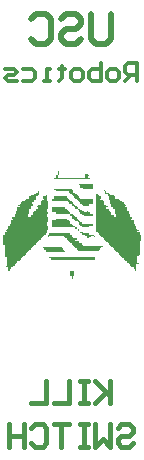
<source format=gbo>
%FSLAX25Y25*%
%MOIN*%
G70*
G01*
G75*
G04 Layer_Color=32896*
%ADD10R,0.05118X0.12992*%
%ADD11R,0.01969X0.12992*%
%ADD12R,0.01575X0.01969*%
%ADD13R,0.04331X0.03543*%
%ADD14R,0.03543X0.04331*%
%ADD15C,0.01000*%
%ADD16R,0.05906X0.05906*%
%ADD17C,0.05906*%
%ADD18R,0.05906X0.05906*%
%ADD19C,0.05000*%
%ADD20C,0.14950*%
%ADD21C,0.00787*%
%ADD22C,0.00800*%
%ADD23C,0.00700*%
%ADD24C,0.01500*%
%ADD25C,0.02000*%
%ADD26C,0.01200*%
G36*
X229682Y268327D02*
X230095D01*
Y267914D01*
Y267501D01*
X230509D01*
Y267087D01*
X231749D01*
Y266674D01*
X231335D01*
Y266261D01*
X232575D01*
Y265847D01*
Y265434D01*
X233402D01*
Y265021D01*
X233815D01*
Y264608D01*
X240428D01*
Y264194D01*
X240015D01*
Y263781D01*
X239602D01*
Y263368D01*
X239188D01*
Y262954D01*
X232162D01*
Y263368D01*
X231749D01*
Y263781D01*
X231335D01*
Y264194D01*
X230922D01*
Y264608D01*
X230509D01*
Y265021D01*
X230095D01*
Y265434D01*
X229682D01*
Y265847D01*
X229269D01*
Y266261D01*
X228855D01*
Y266674D01*
X228442D01*
Y267087D01*
X228029D01*
Y267501D01*
X227615D01*
Y267914D01*
X222656D01*
Y267501D01*
X222242D01*
Y267914D01*
Y268327D01*
X222656D01*
Y268741D01*
X229682D01*
Y268327D01*
D02*
G37*
G36*
X233815Y268741D02*
X235882D01*
Y268327D01*
X237535D01*
Y267914D01*
X237948D01*
Y267501D01*
X237535D01*
Y267914D01*
X236708D01*
Y267501D01*
X235882D01*
Y267087D01*
X235055D01*
Y267501D01*
Y267914D01*
X234642D01*
Y268327D01*
X233402D01*
Y268741D01*
X232989D01*
Y269154D01*
X233815D01*
Y268741D01*
D02*
G37*
G36*
X232575Y269981D02*
Y269567D01*
X232162D01*
Y269981D01*
Y270394D01*
X232575D01*
Y269981D01*
D02*
G37*
G36*
X226789Y263781D02*
X227202D01*
Y263368D01*
X227615D01*
Y262954D01*
X228029D01*
Y262541D01*
X221415D01*
Y262954D01*
Y263368D01*
X221002D01*
Y263781D01*
X220589D01*
Y264194D01*
X226789D01*
Y263781D01*
D02*
G37*
G36*
X230922Y255928D02*
Y255514D01*
Y255101D01*
Y254688D01*
X230509D01*
Y254274D01*
Y253861D01*
Y253448D01*
X230095D01*
Y253861D01*
Y254274D01*
Y254688D01*
X229682D01*
Y255101D01*
Y255514D01*
Y255928D01*
Y256341D01*
X230922D01*
Y255928D01*
D02*
G37*
G36*
X219349Y282380D02*
Y281967D01*
Y281554D01*
X218936D01*
Y281140D01*
X218109D01*
Y280727D01*
Y280314D01*
Y279900D01*
X217696D01*
Y279487D01*
Y279074D01*
X216869D01*
Y278660D01*
X217282D01*
Y278247D01*
Y277834D01*
X216456D01*
Y277420D01*
Y277007D01*
X216042D01*
Y276594D01*
Y276181D01*
Y275767D01*
Y275354D01*
X215629D01*
Y274940D01*
Y274527D01*
Y274114D01*
X216456D01*
Y274527D01*
Y274940D01*
X217282D01*
Y275354D01*
Y275767D01*
X217696D01*
Y276181D01*
X218109D01*
Y276594D01*
Y277007D01*
X218936D01*
Y277420D01*
X218522D01*
Y277834D01*
X218936D01*
Y278247D01*
X219762D01*
Y278660D01*
Y279074D01*
Y279487D01*
X220176D01*
Y279900D01*
X221002D01*
Y280314D01*
X220589D01*
Y280727D01*
Y281140D01*
X221415D01*
Y281554D01*
X221829D01*
Y281140D01*
Y280727D01*
Y280314D01*
Y279900D01*
Y279487D01*
X222242D01*
Y279074D01*
Y278660D01*
Y278247D01*
Y277834D01*
Y277420D01*
Y277007D01*
X221829D01*
Y276594D01*
Y276181D01*
Y275767D01*
X222242D01*
Y275354D01*
X221829D01*
Y274940D01*
Y274527D01*
Y274114D01*
X222242D01*
Y273700D01*
Y273287D01*
Y272874D01*
Y272461D01*
X221829D01*
Y272047D01*
Y271634D01*
Y271221D01*
X222242D01*
Y270807D01*
Y270394D01*
Y269981D01*
X221829D01*
Y269567D01*
Y269154D01*
Y268741D01*
X221415D01*
Y268327D01*
X221002D01*
Y267914D01*
X220589D01*
Y267501D01*
X220176D01*
Y267087D01*
X219762D01*
Y266674D01*
X219349D01*
Y266261D01*
X218936D01*
Y265847D01*
X218522D01*
Y265434D01*
X218109D01*
Y265021D01*
X217696D01*
Y264608D01*
X217282D01*
Y264194D01*
X216869D01*
Y263781D01*
X216456D01*
Y263368D01*
X216042D01*
Y262954D01*
X215629D01*
Y262541D01*
X215216D01*
Y262127D01*
X214802D01*
Y261714D01*
X214389D01*
Y261301D01*
X213976D01*
Y260888D01*
X213562D01*
Y260474D01*
X213149D01*
Y260061D01*
X212736D01*
Y259648D01*
X211909D01*
Y259234D01*
Y258821D01*
X211496D01*
Y258408D01*
X211083D01*
Y257994D01*
X210669D01*
Y257581D01*
X209842D01*
Y257168D01*
Y256754D01*
X209429D01*
Y256341D01*
X209016D01*
Y256754D01*
Y257168D01*
Y257581D01*
X208189D01*
Y257994D01*
X208603D01*
Y258408D01*
Y258821D01*
Y259234D01*
Y259648D01*
Y260061D01*
Y260474D01*
Y260888D01*
X207776D01*
Y261301D01*
Y261714D01*
Y262127D01*
Y262541D01*
Y262954D01*
Y263368D01*
Y263781D01*
Y264194D01*
Y264608D01*
Y265021D01*
X207363D01*
Y265434D01*
Y265847D01*
Y266261D01*
Y266674D01*
Y267087D01*
Y267501D01*
Y267914D01*
Y268327D01*
X207776D01*
Y268741D01*
Y269154D01*
X208603D01*
Y269567D01*
X208189D01*
Y269981D01*
X208603D01*
Y270394D01*
X209016D01*
Y270807D01*
Y271221D01*
X209429D01*
Y271634D01*
Y272047D01*
X209842D01*
Y272461D01*
Y272874D01*
Y273287D01*
X210669D01*
Y273700D01*
X210256D01*
Y274114D01*
X211083D01*
Y274527D01*
Y274940D01*
Y275354D01*
X211496D01*
Y275767D01*
Y276181D01*
X211909D01*
Y276594D01*
Y277007D01*
Y277420D01*
X212736D01*
Y277834D01*
X212322D01*
Y278247D01*
X212736D01*
Y278660D01*
X213149D01*
Y279074D01*
X213562D01*
Y279487D01*
X214389D01*
Y279900D01*
X214802D01*
Y280314D01*
X216042D01*
Y280727D01*
Y281140D01*
X216456D01*
Y281554D01*
X217696D01*
Y281967D01*
X218109D01*
Y282380D01*
X218936D01*
Y282794D01*
X219349D01*
Y282380D01*
D02*
G37*
G36*
X237948Y260474D02*
Y260061D01*
X223069D01*
Y260474D01*
X222656D01*
Y260888D01*
X237948D01*
Y260474D01*
D02*
G37*
G36*
X228442Y273287D02*
X229269D01*
Y272874D01*
X229682D01*
Y272461D01*
Y272047D01*
X230095D01*
Y271634D01*
X230509D01*
Y271221D01*
X231335D01*
Y270807D01*
X231749D01*
Y270394D01*
X231335D01*
Y270807D01*
X223482D01*
Y271221D01*
Y271634D01*
Y272047D01*
Y272461D01*
Y272874D01*
Y273287D01*
X224722D01*
Y273700D01*
X228442D01*
Y273287D01*
D02*
G37*
G36*
X237122Y284860D02*
Y284447D01*
Y284034D01*
Y283620D01*
X233815D01*
Y284034D01*
X232989D01*
Y284447D01*
Y284860D01*
X232575D01*
Y285274D01*
X237122D01*
Y284860D01*
D02*
G37*
G36*
X235469Y288167D02*
X235882D01*
Y287754D01*
X235469D01*
Y287340D01*
X236295D01*
Y286927D01*
X224309D01*
Y287340D01*
X224722D01*
Y287754D01*
Y288167D01*
X225549D01*
Y287754D01*
Y287340D01*
X234642D01*
Y287754D01*
Y288167D01*
Y288580D01*
X235469D01*
Y288167D01*
D02*
G37*
G36*
X225962Y288993D02*
Y288580D01*
Y288167D01*
X225549D01*
Y288580D01*
Y288993D01*
Y289407D01*
X225962D01*
Y288993D01*
D02*
G37*
G36*
X230095Y283207D02*
X230509D01*
Y282794D01*
Y282380D01*
X231335D01*
Y281967D01*
X231749D01*
Y281554D01*
X232162D01*
Y281140D01*
X232575D01*
Y280727D01*
X232989D01*
Y280314D01*
X237122D01*
Y279900D01*
Y279487D01*
Y279074D01*
Y278660D01*
X235882D01*
Y278247D01*
Y277834D01*
X233815D01*
Y278247D01*
X233402D01*
Y278660D01*
X232989D01*
Y279074D01*
X232575D01*
Y279487D01*
X232162D01*
Y279900D01*
X231749D01*
Y280314D01*
X231335D01*
Y280727D01*
X230922D01*
Y281140D01*
X230509D01*
Y281554D01*
X230095D01*
Y281967D01*
X229682D01*
Y282380D01*
X229269D01*
Y282794D01*
X224722D01*
Y283207D01*
X224309D01*
Y283620D01*
X230095D01*
Y283207D01*
D02*
G37*
G36*
X228029Y277007D02*
X228442D01*
Y276594D01*
X228855D01*
Y276181D01*
X229269D01*
Y275767D01*
X229682D01*
Y275354D01*
X230509D01*
Y274940D01*
X230922D01*
Y274527D01*
X231335D01*
Y274114D01*
X231749D01*
Y273700D01*
X232162D01*
Y273287D01*
X232575D01*
Y272874D01*
X232989D01*
Y272461D01*
X233402D01*
Y272047D01*
X237122D01*
Y271634D01*
Y271221D01*
X235882D01*
Y270807D01*
X233402D01*
Y271221D01*
X232989D01*
Y271634D01*
X232575D01*
Y272047D01*
Y272461D01*
X232162D01*
Y272874D01*
X231335D01*
Y273287D01*
X230922D01*
Y273700D01*
X230095D01*
Y274114D01*
Y274527D01*
X229682D01*
Y274940D01*
Y275354D01*
X224722D01*
Y275767D01*
X223482D01*
Y276181D01*
Y276594D01*
Y277007D01*
Y277420D01*
X228029D01*
Y277007D01*
D02*
G37*
G36*
X241255Y282794D02*
X241668D01*
Y282380D01*
X242495D01*
Y281967D01*
X242908D01*
Y281554D01*
X244148D01*
Y281140D01*
X244562D01*
Y280727D01*
Y280314D01*
X245801D01*
Y279900D01*
X246215D01*
Y279487D01*
X247042D01*
Y279074D01*
X247455D01*
Y278660D01*
X247868D01*
Y278247D01*
X248281D01*
Y277834D01*
X247868D01*
Y277420D01*
X248695D01*
Y277007D01*
Y276594D01*
Y276181D01*
X249108D01*
Y275767D01*
Y275354D01*
X249521D01*
Y274940D01*
Y274527D01*
Y274114D01*
X250348D01*
Y273700D01*
X249935D01*
Y273287D01*
X250761D01*
Y272874D01*
Y272461D01*
Y272047D01*
X251175D01*
Y271634D01*
Y271221D01*
X251588D01*
Y270807D01*
Y270394D01*
X252001D01*
Y269981D01*
X252415D01*
Y269567D01*
X252001D01*
Y269154D01*
X252828D01*
Y268741D01*
Y268327D01*
X253241D01*
Y267914D01*
Y267501D01*
Y267087D01*
Y266674D01*
Y266261D01*
X252828D01*
Y265847D01*
Y265434D01*
Y265021D01*
Y264608D01*
Y264194D01*
Y263781D01*
Y263368D01*
Y262954D01*
Y262541D01*
Y262127D01*
Y261714D01*
X252415D01*
Y261301D01*
X252001D01*
Y260888D01*
Y260474D01*
Y260061D01*
Y259648D01*
Y259234D01*
Y258821D01*
X252415D01*
Y258408D01*
X251588D01*
Y257994D01*
Y257581D01*
Y257168D01*
Y256754D01*
Y256341D01*
X251175D01*
Y256754D01*
X250761D01*
Y257168D01*
Y257581D01*
X249935D01*
Y257994D01*
X249521D01*
Y258408D01*
X249108D01*
Y258821D01*
X248695D01*
Y259234D01*
Y259648D01*
X247868D01*
Y260061D01*
X247455D01*
Y260474D01*
X247042D01*
Y260888D01*
X246628D01*
Y261301D01*
X246215D01*
Y261714D01*
X245801D01*
Y262127D01*
X245388D01*
Y262541D01*
X244975D01*
Y262954D01*
X244562D01*
Y263368D01*
X244148D01*
Y263781D01*
X243735D01*
Y264194D01*
X243322D01*
Y264608D01*
X242908D01*
Y265021D01*
X242495D01*
Y265434D01*
X242082D01*
Y265847D01*
X241668D01*
Y266261D01*
X241255D01*
Y266674D01*
X240842D01*
Y267087D01*
X240428D01*
Y267501D01*
X240015D01*
Y267914D01*
X239602D01*
Y268327D01*
X239188D01*
Y268741D01*
X238775D01*
Y269154D01*
X238362D01*
Y269567D01*
Y269981D01*
Y270394D01*
Y270807D01*
Y271221D01*
Y271634D01*
Y272047D01*
Y272461D01*
Y272874D01*
Y273287D01*
Y273700D01*
Y274114D01*
Y274527D01*
Y274940D01*
Y275354D01*
Y275767D01*
Y276181D01*
Y276594D01*
Y277007D01*
Y277420D01*
Y277834D01*
Y278247D01*
Y278660D01*
Y279074D01*
Y279487D01*
Y279900D01*
Y280314D01*
Y280727D01*
Y281140D01*
Y281554D01*
Y281967D01*
X238775D01*
Y281554D01*
X239188D01*
Y281140D01*
X240015D01*
Y280727D01*
Y280314D01*
X239602D01*
Y279900D01*
X240428D01*
Y279487D01*
X240842D01*
Y279074D01*
Y278660D01*
Y278247D01*
X241668D01*
Y277834D01*
X242082D01*
Y277420D01*
X241668D01*
Y277007D01*
X242495D01*
Y276594D01*
Y276181D01*
X242908D01*
Y275767D01*
X243322D01*
Y275354D01*
Y274940D01*
X244148D01*
Y274527D01*
Y274114D01*
X244975D01*
Y274527D01*
Y274940D01*
Y275354D01*
X244562D01*
Y275767D01*
Y276181D01*
Y276594D01*
Y277007D01*
X243735D01*
Y277420D01*
X243322D01*
Y277834D01*
Y278247D01*
Y278660D01*
X242908D01*
Y279074D01*
Y279487D01*
Y279900D01*
X242495D01*
Y280314D01*
Y280727D01*
Y281140D01*
X242082D01*
Y281554D01*
Y281967D01*
X241255D01*
Y282380D01*
Y282794D01*
X240842D01*
Y283207D01*
X241255D01*
Y282794D01*
D02*
G37*
G36*
X228442Y280727D02*
X228855D01*
Y280314D01*
X229269D01*
Y279900D01*
X229682D01*
Y279487D01*
X230095D01*
Y279074D01*
X230509D01*
Y278660D01*
X230922D01*
Y278247D01*
X231335D01*
Y277834D01*
X231749D01*
Y277420D01*
X232162D01*
Y277007D01*
X232989D01*
Y276594D01*
X233402D01*
Y276181D01*
X234228D01*
Y275767D01*
X235055D01*
Y276181D01*
X235469D01*
Y275767D01*
X236295D01*
Y275354D01*
X237122D01*
Y274940D01*
Y274527D01*
X234228D01*
Y274940D01*
X233402D01*
Y275354D01*
X232989D01*
Y275767D01*
X232575D01*
Y276181D01*
Y276594D01*
X232162D01*
Y277007D01*
X231335D01*
Y277420D01*
X230922D01*
Y277834D01*
X230095D01*
Y278247D01*
Y278660D01*
X229269D01*
Y279074D01*
X228855D01*
Y279487D01*
X223482D01*
Y279900D01*
Y280314D01*
X224309D01*
Y280727D01*
Y281140D01*
X228442D01*
Y280727D01*
D02*
G37*
D24*
X242913Y219702D02*
Y212205D01*
Y214704D01*
X237915Y219702D01*
X241664Y215953D01*
X237915Y212205D01*
X235416Y219702D02*
X232917D01*
X234166D01*
Y212205D01*
X235416D01*
X232917D01*
X229168Y219702D02*
Y212205D01*
X224169D01*
X221670Y219702D02*
Y212205D01*
X216672D01*
X245395Y203886D02*
X246645Y205135D01*
X249144D01*
X250394Y203886D01*
Y202636D01*
X249144Y201387D01*
X246645D01*
X245395Y200137D01*
Y198887D01*
X246645Y197638D01*
X249144D01*
X250394Y198887D01*
X242896Y205135D02*
Y197638D01*
X240397Y200137D01*
X237898Y197638D01*
Y205135D01*
X235399D02*
X232899D01*
X234149D01*
Y197638D01*
X235399D01*
X232899D01*
X229151Y205135D02*
X224152D01*
X226651D01*
Y197638D01*
X216655Y203886D02*
X217904Y205135D01*
X220403D01*
X221653Y203886D01*
Y198887D01*
X220403Y197638D01*
X217904D01*
X216655Y198887D01*
X214155Y205135D02*
Y197638D01*
Y201387D01*
X209157D01*
Y205135D01*
Y197638D01*
D25*
X243307Y341886D02*
Y333556D01*
X241641Y331890D01*
X238309D01*
X236643Y333556D01*
Y341886D01*
X226646Y340220D02*
X228312Y341886D01*
X231644D01*
X233310Y340220D01*
Y338554D01*
X231644Y336888D01*
X228312D01*
X226646Y335222D01*
Y333556D01*
X228312Y331890D01*
X231644D01*
X233310Y333556D01*
X216649Y340220D02*
X218315Y341886D01*
X221647D01*
X223313Y340220D01*
Y333556D01*
X221647Y331890D01*
X218315D01*
X216649Y333556D01*
D26*
X251969Y319685D02*
Y325683D01*
X248970D01*
X247970Y324683D01*
Y322684D01*
X248970Y321684D01*
X251969D01*
X249969D02*
X247970Y319685D01*
X244971D02*
X242971D01*
X241972Y320685D01*
Y322684D01*
X242971Y323684D01*
X244971D01*
X245970Y322684D01*
Y320685D01*
X244971Y319685D01*
X239972Y325683D02*
Y319685D01*
X236973D01*
X235974Y320685D01*
Y321684D01*
Y322684D01*
X236973Y323684D01*
X239972D01*
X232975Y319685D02*
X230975D01*
X229976Y320685D01*
Y322684D01*
X230975Y323684D01*
X232975D01*
X233974Y322684D01*
Y320685D01*
X232975Y319685D01*
X226977Y324683D02*
Y323684D01*
X227976D01*
X225977D01*
X226977D01*
Y320685D01*
X225977Y319685D01*
X222978D02*
X220978D01*
X221978D01*
Y323684D01*
X222978D01*
X213981D02*
X216980D01*
X217980Y322684D01*
Y320685D01*
X216980Y319685D01*
X213981D01*
X211981D02*
X208982D01*
X207983Y320685D01*
X208982Y321684D01*
X210982D01*
X211981Y322684D01*
X210982Y323684D01*
X207983D01*
M02*

</source>
